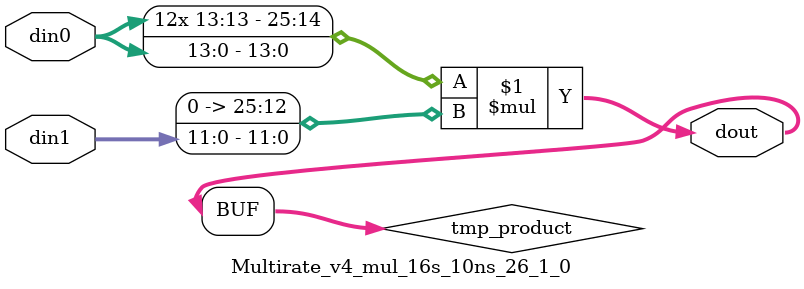
<source format=v>

`timescale 1 ns / 1 ps

 module Multirate_v4_mul_16s_10ns_26_1_0(din0, din1, dout);
parameter ID = 1;
parameter NUM_STAGE = 0;
parameter din0_WIDTH = 14;
parameter din1_WIDTH = 12;
parameter dout_WIDTH = 26;

input [din0_WIDTH - 1 : 0] din0; 
input [din1_WIDTH - 1 : 0] din1; 
output [dout_WIDTH - 1 : 0] dout;

wire signed [dout_WIDTH - 1 : 0] tmp_product;


























assign tmp_product = $signed(din0) * $signed({1'b0, din1});









assign dout = tmp_product;





















endmodule

</source>
